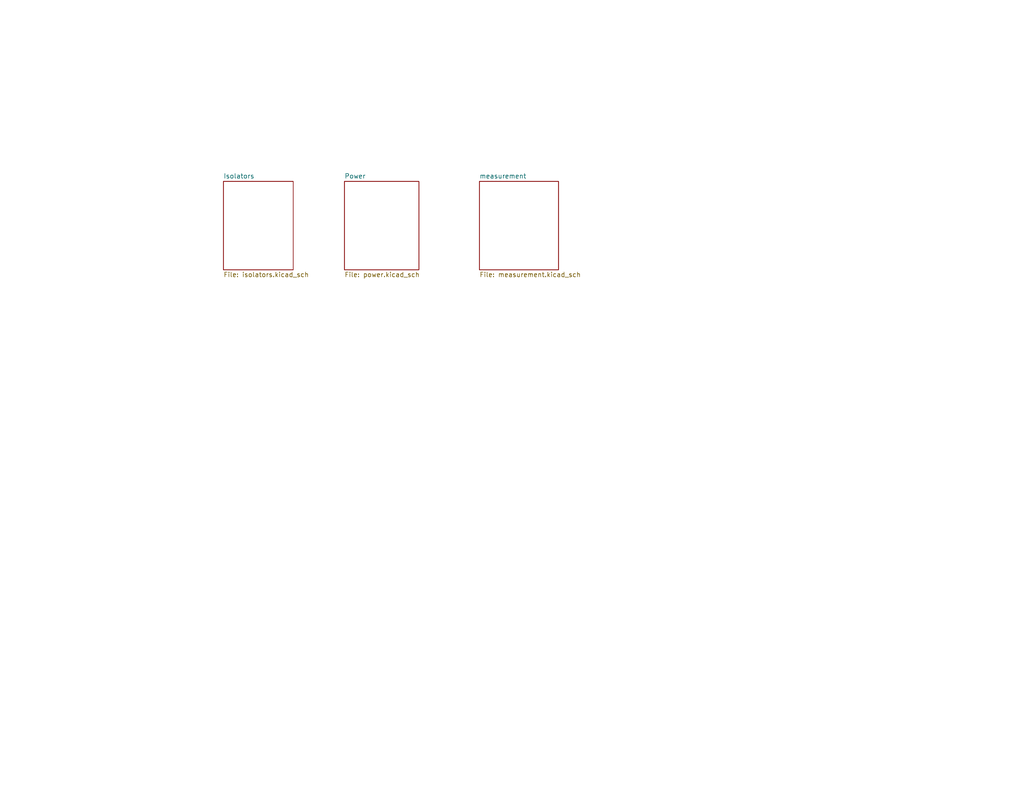
<source format=kicad_sch>
(kicad_sch
	(version 20231120)
	(generator "eeschema")
	(generator_version "8.0")
	(uuid "ae41a205-0763-4fe9-9212-980b8ba02e5b")
	(paper "USLetter")
	(title_block
		(title "Isolator for Jitter Testing")
	)
	(lib_symbols)
	(sheet
		(at 60.96 49.53)
		(size 19.05 24.13)
		(fields_autoplaced yes)
		(stroke
			(width 0.1524)
			(type solid)
		)
		(fill
			(color 0 0 0 0.0000)
		)
		(uuid "2f5907b9-c2f6-4a5a-9018-d2e786ae08b8")
		(property "Sheetname" "Isolators"
			(at 60.96 48.8184 0)
			(effects
				(font
					(size 1.27 1.27)
				)
				(justify left bottom)
			)
		)
		(property "Sheetfile" "isolators.kicad_sch"
			(at 60.96 74.2446 0)
			(effects
				(font
					(size 1.27 1.27)
				)
				(justify left top)
			)
		)
		(instances
			(project "cw_isolator_powered"
				(path "/ae41a205-0763-4fe9-9212-980b8ba02e5b"
					(page "2")
				)
			)
		)
	)
	(sheet
		(at 130.81 49.53)
		(size 21.59 24.13)
		(fields_autoplaced yes)
		(stroke
			(width 0.1524)
			(type solid)
		)
		(fill
			(color 0 0 0 0.0000)
		)
		(uuid "51056fb9-c5fa-4b48-ac85-843dbec2d897")
		(property "Sheetname" "measurement"
			(at 130.81 48.8184 0)
			(effects
				(font
					(size 1.27 1.27)
				)
				(justify left bottom)
			)
		)
		(property "Sheetfile" "measurement.kicad_sch"
			(at 130.81 74.2446 0)
			(effects
				(font
					(size 1.27 1.27)
				)
				(justify left top)
			)
		)
		(instances
			(project "cw_isolator_powered"
				(path "/ae41a205-0763-4fe9-9212-980b8ba02e5b"
					(page "4")
				)
			)
		)
	)
	(sheet
		(at 93.98 49.53)
		(size 20.32 24.13)
		(fields_autoplaced yes)
		(stroke
			(width 0.1524)
			(type solid)
		)
		(fill
			(color 0 0 0 0.0000)
		)
		(uuid "8a669bcf-b50b-448b-883c-359c6b537978")
		(property "Sheetname" "Power"
			(at 93.98 48.8184 0)
			(effects
				(font
					(size 1.27 1.27)
				)
				(justify left bottom)
			)
		)
		(property "Sheetfile" "power.kicad_sch"
			(at 93.98 74.2446 0)
			(effects
				(font
					(size 1.27 1.27)
				)
				(justify left top)
			)
		)
		(instances
			(project "cw_isolator_powered"
				(path "/ae41a205-0763-4fe9-9212-980b8ba02e5b"
					(page "3")
				)
			)
		)
	)
	(sheet_instances
		(path "/"
			(page "1")
		)
	)
)
</source>
